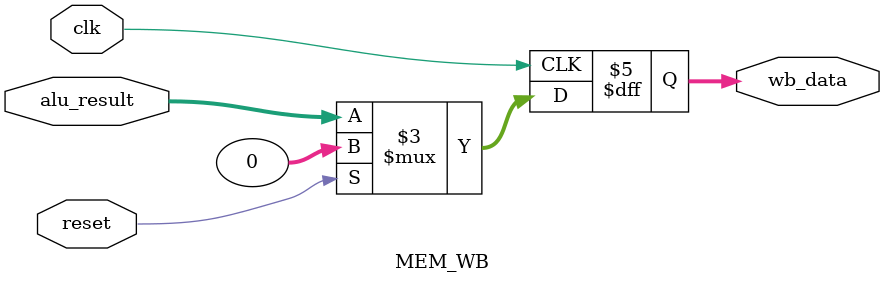
<source format=v>
`timescale 1ns/1ps
module MEM_WB(
    input clk,
    input reset,
    input [31:0] alu_result,
    output reg [31:0] wb_data
);
    always @(posedge clk) begin
        if(reset)
            wb_data <= 32'd0;
        else
            wb_data <= alu_result;
    end
endmodule

</source>
